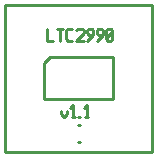
<source format=gbr>
G04 start of page 7 for group -4079 idx -4079 *
G04 Title: (unknown), topsilk *
G04 Creator: pcb 20110918 *
G04 CreationDate: Wed 06 Feb 2013 04:43:55 AM GMT UTC *
G04 For: petersen *
G04 Format: Gerber/RS-274X *
G04 PCB-Dimensions: 50000 50000 *
G04 PCB-Coordinate-Origin: lower left *
%MOIN*%
%FSLAX25Y25*%
%LNTOPSILK*%
%ADD27C,0.0100*%
G54D27*X500Y49500D02*X49500D01*
Y500D01*
X500D02*Y49500D01*
X49500Y500D02*X500D01*
X14500Y41500D02*Y37500D01*
X16500D01*
X17700Y41500D02*X19700D01*
X18700D02*Y37500D01*
X21400D02*X22900D01*
X20900Y38000D02*X21400Y37500D01*
X20900Y41000D02*Y38000D01*
Y41000D02*X21400Y41500D01*
X22900D01*
X24100Y41000D02*X24600Y41500D01*
X26100D01*
X26600Y41000D01*
Y40000D01*
X24100Y37500D02*X26600Y40000D01*
X24100Y37500D02*X26600D01*
X27800D02*X29800Y39500D01*
Y41000D02*Y39500D01*
X29300Y41500D02*X29800Y41000D01*
X28300Y41500D02*X29300D01*
X27800Y41000D02*X28300Y41500D01*
X27800Y41000D02*Y40000D01*
X28300Y39500D01*
X29800D01*
X31000Y37500D02*X33000Y39500D01*
Y41000D02*Y39500D01*
X32500Y41500D02*X33000Y41000D01*
X31500Y41500D02*X32500D01*
X31000Y41000D02*X31500Y41500D01*
X31000Y41000D02*Y40000D01*
X31500Y39500D01*
X33000D01*
X34200Y38000D02*X34700Y37500D01*
X34200Y41000D02*Y38000D01*
Y41000D02*X34700Y41500D01*
X35700D01*
X36200Y41000D01*
Y38000D01*
X35700Y37500D02*X36200Y38000D01*
X34700Y37500D02*X35700D01*
X34200Y38500D02*X36200Y40500D01*
X19000Y14000D02*Y13000D01*
X20000Y12000D01*
X21000Y13000D01*
Y14000D02*Y13000D01*
X22700Y12000D02*X23700D01*
X23200Y16000D02*Y12000D01*
X22200Y15000D02*X23200Y16000D01*
X24900Y12000D02*X25400D01*
X27100D02*X28100D01*
X27600Y16000D02*Y12000D01*
X26600Y15000D02*X27600Y16000D01*
X36496Y32000D02*Y18000D01*
X15504Y32000D02*X36496D01*
X13504Y18000D02*Y30000D01*
X36496Y18000D02*X13504D01*
Y30000D02*X15504Y32000D01*
X24607Y3745D02*X25393D01*
X24607Y9255D02*X25393D01*
M02*

</source>
